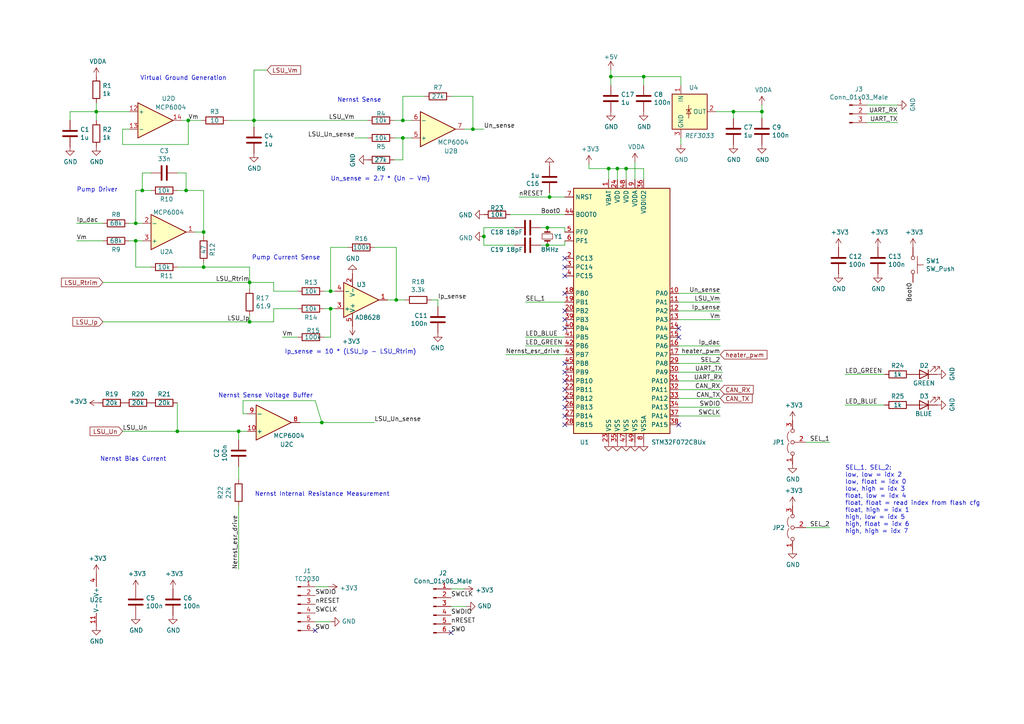
<source format=kicad_sch>
(kicad_sch (version 20211123) (generator eeschema)
  (paper "A4")
  (title_block (title "MRE addon board V2- WBO2 & EGT & SD Card") (date "2023-01-06") (rev "V2.5") (company "by JRD McLAREN") (comment 1 "STM32F072CBT6"))
  (junction (at 59.055 67.31))
  (junction (at 186.69 22.225))
  (junction (at 41.275 55.245))
  (junction (at 181.61 48.895))
  (junction (at 93.345 122.555))
  (junction (at 73.66 34.925))
  (junction (at 69.215 125.095))
  (junction (at 212.725 32.385))
  (junction (at 220.98 32.385))
  (junction (at 72.39 81.915))
  (junction (at 137.16 37.465))
  (junction (at 54.61 34.925))
  (junction (at 159.385 57.15))
  (junction (at 179.07 48.895))
  (junction (at 59.055 77.47))
  (junction (at 116.84 40.005))
  (junction (at 116.84 34.925))
  (junction (at 158.75 71.12))
  (junction (at 158.75 66.04))
  (junction (at 53.975 55.245))
  (junction (at 39.37 69.85))
  (junction (at 95.885 89.535))
  (junction (at 140.335 68.58))
  (junction (at 51.435 125.095))
  (junction (at 176.53 48.895))
  (junction (at 177.165 22.225))
  (junction (at 72.39 93.345))
  (junction (at 39.37 64.77))
  (junction (at 27.94 32.385))
  (junction (at 95.885 84.455))
  (junction (at 114.935 86.995))
  (no_connect (at 163.83 92.71))
  (no_connect (at 163.83 105.41))
  (no_connect (at 196.85 123.19))
  (no_connect (at 163.83 74.93))
  (no_connect (at 163.83 95.25))
  (no_connect (at 163.83 107.95))
  (no_connect (at 163.83 110.49))
  (no_connect (at 163.83 120.65))
  (no_connect (at 130.81 183.515))
  (no_connect (at 196.85 97.79))
  (no_connect (at 163.83 115.57))
  (no_connect (at 163.83 123.19))
  (no_connect (at 163.83 77.47))
  (no_connect (at 163.83 118.11))
  (no_connect (at 91.44 182.88))
  (no_connect (at 163.83 90.17))
  (no_connect (at 163.83 80.01))
  (no_connect (at 196.85 95.25))
  (no_connect (at 163.83 113.03))
  (no_connect (at 163.83 85.09))
  (wire (pts (xy 245.11 117.475) (xy 256.54 117.475)))
  (wire (pts (xy 116.84 34.925) (xy 114.3 34.925)))
  (wire (pts (xy 93.98 97.79) (xy 95.885 97.79)))
  (wire (pts (xy 59.055 67.31) (xy 56.515 67.31)))
  (wire (pts (xy 116.84 46.355) (xy 116.84 40.005)))
  (wire (pts (xy 163.83 71.12) (xy 163.83 69.85)))
  (wire (pts (xy 116.84 27.94) (xy 123.19 27.94)))
  (wire (pts (xy 70.485 120.015) (xy 71.755 120.015)))
  (wire (pts (xy 163.83 66.04) (xy 163.83 67.31)))
  (wire (pts (xy 100.965 71.755) (xy 95.885 71.755)))
  (wire (pts (xy 140.335 68.58) (xy 140.335 71.12)))
  (wire (pts (xy 233.68 128.27) (xy 240.665 128.27)))
  (wire (pts (xy 108.585 71.755) (xy 114.935 71.755)))
  (wire (pts (xy 73.66 34.925) (xy 66.04 34.925)))
  (wire (pts (xy 158.75 66.04) (xy 156.845 66.04)))
  (wire (pts (xy 146.685 102.87) (xy 163.83 102.87)))
  (wire (pts (xy 41.275 55.245) (xy 43.815 55.245)))
  (wire (pts (xy 196.85 90.17) (xy 208.915 90.17)))
  (wire (pts (xy 91.44 116.205) (xy 70.485 116.205)))
  (wire (pts (xy 53.975 50.165) (xy 53.975 55.245)))
  (wire (pts (xy 79.375 84.455) (xy 86.36 84.455)))
  (wire (pts (xy 37.465 64.77) (xy 39.37 64.77)))
  (wire (pts (xy 73.66 20.32) (xy 77.47 20.32)))
  (wire (pts (xy 35.56 41.91) (xy 54.61 41.91)))
  (wire (pts (xy 116.84 34.925) (xy 116.84 27.94)))
  (wire (pts (xy 59.055 55.245) (xy 59.055 67.31)))
  (wire (pts (xy 127 86.995) (xy 125.095 86.995)))
  (wire (pts (xy 53.975 55.245) (xy 59.055 55.245)))
  (wire (pts (xy 130.81 27.94) (xy 137.16 27.94)))
  (wire (pts (xy 179.07 48.895) (xy 179.07 52.07)))
  (wire (pts (xy 147.955 62.23) (xy 163.83 62.23)))
  (wire (pts (xy 184.15 52.07) (xy 184.15 46.99)))
  (wire (pts (xy 102.87 40.005) (xy 106.68 40.005)))
  (wire (pts (xy 251.46 30.48) (xy 260.35 30.48)))
  (wire (pts (xy 220.98 32.385) (xy 220.98 34.29)))
  (wire (pts (xy 91.44 170.18) (xy 95.25 170.18)))
  (wire (pts (xy 79.375 89.535) (xy 79.375 93.345)))
  (wire (pts (xy 251.46 33.02) (xy 260.35 33.02)))
  (wire (pts (xy 72.39 81.915) (xy 79.375 81.915)))
  (wire (pts (xy 43.815 50.165) (xy 41.275 50.165)))
  (wire (pts (xy 93.98 89.535) (xy 95.885 89.535)))
  (wire (pts (xy 152.4 100.33) (xy 163.83 100.33)))
  (wire (pts (xy 22.225 64.77) (xy 29.845 64.77)))
  (wire (pts (xy 196.85 85.09) (xy 208.915 85.09)))
  (wire (pts (xy 43.815 77.47) (xy 39.37 77.47)))
  (wire (pts (xy 149.225 66.04) (xy 140.335 66.04)))
  (wire (pts (xy 39.37 55.245) (xy 41.275 55.245)))
  (wire (pts (xy 59.055 77.47) (xy 72.39 77.47)))
  (wire (pts (xy 130.81 170.815) (xy 134.62 170.815)))
  (wire (pts (xy 27.94 29.845) (xy 27.94 32.385)))
  (wire (pts (xy 130.81 175.895) (xy 135.255 175.895)))
  (wire (pts (xy 27.94 32.385) (xy 37.465 32.385)))
  (wire (pts (xy 233.68 153.035) (xy 240.665 153.035)))
  (wire (pts (xy 81.915 97.79) (xy 86.36 97.79)))
  (wire (pts (xy 208.915 120.65) (xy 196.85 120.65)))
  (wire (pts (xy 197.485 40.005) (xy 197.485 41.91)))
  (wire (pts (xy 95.885 89.535) (xy 97.155 89.535)))
  (wire (pts (xy 51.435 77.47) (xy 59.055 77.47)))
  (wire (pts (xy 86.36 89.535) (xy 79.375 89.535)))
  (wire (pts (xy 114.3 40.005) (xy 116.84 40.005)))
  (wire (pts (xy 208.915 113.03) (xy 196.85 113.03)))
  (wire (pts (xy 159.385 55.88) (xy 159.385 57.15)))
  (wire (pts (xy 95.885 84.455) (xy 97.155 84.455)))
  (wire (pts (xy 196.85 110.49) (xy 209.55 110.49)))
  (wire (pts (xy 95.885 71.755) (xy 95.885 84.455)))
  (wire (pts (xy 114.935 86.995) (xy 117.475 86.995)))
  (wire (pts (xy 208.915 102.87) (xy 196.85 102.87)))
  (wire (pts (xy 35.56 125.095) (xy 51.435 125.095)))
  (wire (pts (xy 208.915 87.63) (xy 196.85 87.63)))
  (wire (pts (xy 176.53 48.895) (xy 179.07 48.895)))
  (wire (pts (xy 116.84 46.355) (xy 114.3 46.355)))
  (wire (pts (xy 207.645 32.385) (xy 212.725 32.385)))
  (wire (pts (xy 116.84 40.005) (xy 119.38 40.005)))
  (wire (pts (xy 72.39 91.44) (xy 72.39 93.345)))
  (wire (pts (xy 39.37 77.47) (xy 39.37 69.85)))
  (wire (pts (xy 91.44 180.34) (xy 95.885 180.34)))
  (wire (pts (xy 29.845 93.345) (xy 72.39 93.345)))
  (wire (pts (xy 73.66 36.83) (xy 73.66 34.925)))
  (wire (pts (xy 29.845 81.915) (xy 72.39 81.915)))
  (wire (pts (xy 72.39 77.47) (xy 72.39 81.915)))
  (wire (pts (xy 260.35 35.56) (xy 251.46 35.56)))
  (wire (pts (xy 158.75 66.04) (xy 163.83 66.04)))
  (wire (pts (xy 140.335 37.465) (xy 137.16 37.465)))
  (wire (pts (xy 69.215 125.095) (xy 69.215 127.635)))
  (wire (pts (xy 208.915 92.71) (xy 196.85 92.71)))
  (wire (pts (xy 152.4 97.79) (xy 163.83 97.79)))
  (wire (pts (xy 137.16 37.465) (xy 134.62 37.465)))
  (wire (pts (xy 196.85 118.11) (xy 208.915 118.11)))
  (wire (pts (xy 59.055 68.58) (xy 59.055 67.31)))
  (wire (pts (xy 27.94 32.385) (xy 27.94 34.925)))
  (wire (pts (xy 159.385 57.15) (xy 150.495 57.15)))
  (wire (pts (xy 176.53 52.07) (xy 176.53 48.895)))
  (wire (pts (xy 37.465 69.85) (xy 39.37 69.85)))
  (wire (pts (xy 69.215 165.1) (xy 69.215 146.685)))
  (wire (pts (xy 163.83 57.15) (xy 159.385 57.15)))
  (wire (pts (xy 212.725 32.385) (xy 220.98 32.385)))
  (wire (pts (xy 59.055 77.47) (xy 59.055 76.2)))
  (wire (pts (xy 163.83 87.63) (xy 152.4 87.63)))
  (wire (pts (xy 177.165 22.225) (xy 186.69 22.225)))
  (wire (pts (xy 177.165 24.765) (xy 177.165 22.225)))
  (wire (pts (xy 93.345 122.555) (xy 86.995 122.555)))
  (wire (pts (xy 208.915 100.33) (xy 196.85 100.33)))
  (wire (pts (xy 197.485 24.765) (xy 197.485 22.225)))
  (wire (pts (xy 108.585 122.555) (xy 93.345 122.555)))
  (wire (pts (xy 245.11 108.585) (xy 256.54 108.585)))
  (wire (pts (xy 170.815 48.895) (xy 176.53 48.895)))
  (wire (pts (xy 37.465 37.465) (xy 35.56 37.465)))
  (wire (pts (xy 186.69 52.07) (xy 186.69 48.895)))
  (wire (pts (xy 177.165 22.225) (xy 177.165 20.32)))
  (wire (pts (xy 212.725 32.385) (xy 212.725 34.29)))
  (wire (pts (xy 20.32 34.925) (xy 20.32 32.385)))
  (wire (pts (xy 140.335 71.12) (xy 149.225 71.12)))
  (wire (pts (xy 71.755 125.095) (xy 69.215 125.095)))
  (wire (pts (xy 137.16 27.94) (xy 137.16 37.465)))
  (wire (pts (xy 181.61 48.895) (xy 181.61 52.07)))
  (wire (pts (xy 114.935 71.755) (xy 114.935 86.995)))
  (wire (pts (xy 73.66 34.925) (xy 106.68 34.925)))
  (wire (pts (xy 127 88.9) (xy 127 86.995)))
  (wire (pts (xy 51.435 125.095) (xy 69.215 125.095)))
  (wire (pts (xy 220.98 30.48) (xy 220.98 32.385)))
  (wire (pts (xy 79.375 81.915) (xy 79.375 84.455)))
  (wire (pts (xy 158.75 71.12) (xy 156.845 71.12)))
  (wire (pts (xy 41.275 50.165) (xy 41.275 55.245)))
  (wire (pts (xy 39.37 64.77) (xy 41.275 64.77)))
  (wire (pts (xy 39.37 55.245) (xy 39.37 64.77)))
  (wire (pts (xy 170.815 48.895) (xy 170.815 47.625)))
  (wire (pts (xy 54.61 34.925) (xy 52.705 34.925)))
  (wire (pts (xy 186.69 24.765) (xy 186.69 22.225)))
  (wire (pts (xy 181.61 48.895) (xy 186.69 48.895)))
  (wire (pts (xy 22.225 69.85) (xy 29.845 69.85)))
  (wire (pts (xy 35.56 37.465) (xy 35.56 41.91)))
  (wire (pts (xy 20.32 32.385) (xy 27.94 32.385)))
  (wire (pts (xy 69.215 135.255) (xy 69.215 139.065)))
  (wire (pts (xy 58.42 34.925) (xy 54.61 34.925)))
  (wire (pts (xy 179.07 48.895) (xy 181.61 48.895)))
  (wire (pts (xy 39.37 69.85) (xy 41.275 69.85)))
  (wire (pts (xy 209.55 107.95) (xy 196.85 107.95)))
  (wire (pts (xy 72.39 83.82) (xy 72.39 81.915)))
  (wire (pts (xy 51.435 55.245) (xy 53.975 55.245)))
  (wire (pts (xy 114.935 86.995) (xy 112.395 86.995)))
  (wire (pts (xy 93.345 122.555) (xy 91.44 116.205)))
  (wire (pts (xy 196.85 105.41) (xy 208.915 105.41)))
  (wire (pts (xy 93.98 84.455) (xy 95.885 84.455)))
  (wire (pts (xy 54.61 41.91) (xy 54.61 34.925)))
  (wire (pts (xy 51.435 50.165) (xy 53.975 50.165)))
  (wire (pts (xy 186.69 22.225) (xy 197.485 22.225)))
  (wire (pts (xy 70.485 116.205) (xy 70.485 120.015)))
  (wire (pts (xy 51.435 116.84) (xy 51.435 125.095)))
  (wire (pts (xy 79.375 93.345) (xy 72.39 93.345)))
  (wire (pts (xy 95.885 89.535) (xy 95.885 97.79)))
  (wire (pts (xy 140.335 66.04) (xy 140.335 68.58)))
  (wire (pts (xy 196.85 115.57) (xy 208.915 115.57)))
  (wire (pts (xy 158.75 71.12) (xy 163.83 71.12)))
  (wire (pts (xy 73.66 34.925) (xy 73.66 20.32)))
  (wire (pts (xy 119.38 34.925) (xy 116.84 34.925)))
  (text "Un_sense = 2.7 * (Un - Vm)" (at 95.885 52.705 0) (effects (font (size 1.27 1.27)) (justify left bottom)))
  (text "Virtual Ground Generation" (at 40.64 23.495 0) (effects (font (size 1.27 1.27)) (justify left bottom)))
  (text "Pump Current Sense" (at 73.025 75.565 0) (effects (font (size 1.27 1.27)) (justify left bottom)))
  (text "Pump Driver" (at 22.225 55.88 0) (effects (font (size 1.27 1.27)) (justify left bottom)))
  (text "Ip_sense = 10 * (LSU_Ip - LSU_Rtrim)" (at 82.55 102.87 0) (effects (font (size 1.27 1.27)) (justify left bottom)))
  (text "Nernst Sense" (at 97.79 29.845 0) (effects (font (size 1.27 1.27)) (justify left bottom)))
  (text "Nernst Internal Resistance Measurement" (at 113.03 144.145 180) (effects (font (size 1.27 1.27)) (justify right bottom)))
  (text "Nernst Sense Voltage Buffer" (at 90.805 115.57 180) (effects (font (size 1.27 1.27)) (justify right bottom)))
  (text "SEL_1, SEL_2:\nlow, low = idx 2\nlow, float = idx 0\nlow, high = idx 3\nfloat, low = idx 4\nfloat, float = read index from flash cfg\nfloat, high = idx 1\nhigh, low = idx 5\nhigh, float = idx 6\nhigh, high = idx 7\n" (at 245.11 154.94 0) (effects (font (size 1.27 1.27)) (justify left bottom)))
  (text "Nernst Bias Current" (at 48.26 133.985 180) (effects (font (size 1.27 1.27)) (justify right bottom)))
  (label "SEL_1" (at 152.4 87.63 0))
  (label "nRESET" (at 91.44 175.26 0))
  (label "heater_pwm" (at 208.915 102.87 180))
  (label "LED_GREEN" (at 245.11 108.585 0))
  (label "LSU_Un_sense" (at 102.87 40.005 180))
  (label "LSU_Ip" (at 72.39 93.345 180))
  (label "LSU_Un" (at 35.56 125.095 0))
  (label "SWO" (at 130.81 183.515 0))
  (label "LED_BLUE" (at 152.4 97.79 0))
  (label "SWDIO" (at 130.81 178.435 0))
  (label "Vm" (at 208.915 92.71 180))
  (label "LED_GREEN" (at 152.4 100.33 0))
  (label "LSU_Vm" (at 102.87 34.925 180))
  (label "Nernst_esr_drive" (at 146.685 102.87 0))
  (label "LED_BLUE" (at 245.11 117.475 0))
  (label "Ip_dac" (at 208.915 100.33 180))
  (label "Ip_sense" (at 208.915 90.17 180))
  (label "SWCLK" (at 130.81 173.355 0))
  (label "Ip_sense" (at 127 86.995 0))
  (label "LSU_Un_sense" (at 108.585 122.555 0))
  (label "SWDIO" (at 208.915 118.11 180))
  (label "Un_sense" (at 140.335 37.465 0))
  (label "Vm" (at 22.225 69.85 0))
  (label "CAN_TX" (at 208.915 115.57 180))
  (label "nRESET" (at 130.81 180.975 0))
  (label "SWO" (at 91.44 182.88 0))
  (label "Vm" (at 81.915 97.79 0))
  (label "UART_TX" (at 209.55 107.95 180))
  (label "SWDIO" (at 91.44 172.72 0))
  (label "CAN_RX" (at 208.915 113.03 180))
  (label "UART_TX" (at 260.35 35.56 180))
  (label "Un_sense" (at 208.915 85.09 180))
  (label "Vm" (at 54.61 34.925 0))
  (label "SWCLK" (at 91.44 177.8 0))
  (label "Boot0" (at 156.845 62.23 0))
  (label "SEL_2" (at 240.665 153.035 180))
  (label "nRESET" (at 150.495 57.15 0))
  (label "SEL_1" (at 240.665 128.27 180))
  (label "LSU_Vm" (at 208.915 87.63 180))
  (label "Boot0" (at 264.795 81.915 270))
  (label "SWCLK" (at 208.915 120.65 180))
  (label "Nernst_esr_drive" (at 69.215 165.1 90))
  (label "UART_RX" (at 260.35 33.02 180))
  (label "UART_RX" (at 209.55 110.49 180))
  (label "LSU_Rtrim" (at 72.39 81.915 180))
  (label "SEL_2" (at 208.915 105.41 180))
  (label "Ip_dac" (at 22.225 64.77 0))
  (global_label "LSU_Rtrim" (shape input) (at 29.845 81.915 180) (property "Medzirezortné odkazy" "${INTERSHEET_REFS}" (effects hide)))
  (global_label "LSU_Vm" (shape input) (at 77.47 20.32 0) (property "Medzirezortné odkazy" "${INTERSHEET_REFS}" (effects hide)))
  (global_label "CAN_RX" (shape input) (at 208.915 113.03 0) (property "Medzirezortné odkazy" "${INTERSHEET_REFS}" (effects hide)))
  (global_label "CAN_TX" (shape input) (at 208.915 115.57 0) (property "Medzirezortné odkazy" "${INTERSHEET_REFS}" (effects hide)))
  (global_label "LSU_Un" (shape input) (at 35.56 125.095 180) (property "Medzirezortné odkazy" "${INTERSHEET_REFS}" (effects hide)))
  (global_label "heater_pwm" (shape input) (at 208.915 102.87 0) (property "Medzirezortné odkazy" "${INTERSHEET_REFS}" (effects hide)))
  (global_label "LSU_Ip" (shape input) (at 29.845 93.345 180) (property "Medzirezortné odkazy" "${INTERSHEET_REFS}" (effects hide)))
  (symbol (lib_id "Device:R") (at 110.49 40.005 90) (unit 1)
    (property "Reference" "R5" (at 110.49 42.545 90))
    (property "Value" "10k" (at 110.49 40.005 90))
    (property "Footprint" "Resistor_SMD:R_0603_1608Metric" (effects hide))
    (property "LCSC" "C25744" (effects hide))
  )
  (symbol (lib_id "Device:R") (at 110.49 34.925 90) (unit 1)
    (property "Reference" "R4" (at 110.49 33.02 90))
    (property "Value" "10k" (at 110.49 34.925 90))
    (property "Footprint" "Resistor_SMD:R_0603_1608Metric" (effects hide))
    (property "LCSC" "C25744" (effects hide))
  )
  (symbol (lib_id "Device:R") (at 127 27.94 90) (unit 1)
    (property "Reference" "R7" (at 127 25.4 90))
    (property "Value" "27k" (at 127 27.94 90))
    (property "Footprint" "Resistor_SMD:R_0603_1608Metric" (effects hide))
    (property "LCSC" "C25771" (effects hide))
  )
  (symbol (lib_id "Device:R") (at 110.49 46.355 270) (unit 1)
    (property "Reference" "R6" (at 109.22 48.895 90) (effects (justify left)))
    (property "Value" "27k" (at 108.585 46.355 90) (effects (justify left)))
    (property "Footprint" "Resistor_SMD:R_0603_1608Metric" (effects hide))
    (property "LCSC" "C25771" (effects hide))
  )
  (symbol (lib_id "mre_addon_v2-rescue:GND-power-wideband_controller_mre-rescue-wideband_controller_mre-rescue") (at 106.68 46.355 270) (unit 1)
    (property "Reference" "#PWR0104" (effects hide))
    (property "Value" "GND" (at 102.2858 46.482 0))
  )
  (symbol (lib_id "Device:R") (at 72.39 87.63 0) (unit 1)
    (property "Reference" "R17" (at 74.168 86.4616 0) (effects (justify left)))
    (property "Value" "61.9" (at 74.168 88.773 0) (effects (justify left)))
    (property "Footprint" "Resistor_SMD:R_0603_1608Metric" (effects hide))
    (property "LCSC" "C23092" (effects hide))
  )
  (symbol (lib_id "Device:R") (at 27.94 26.035 0) (unit 1)
    (property "Reference" "R1" (at 29.718 24.8666 0) (effects (justify left)))
    (property "Value" "1k" (at 29.718 27.178 0) (effects (justify left)))
    (property "Footprint" "Resistor_SMD:R_0603_1608Metric" (effects hide))
    (property "LCSC" "C11702" (effects hide))
  )
  (symbol (lib_id "Device:R") (at 27.94 38.735 0) (unit 1)
    (property "Reference" "R2" (at 29.718 37.5666 0) (effects (justify left)))
    (property "Value" "1k" (at 29.718 39.878 0) (effects (justify left)))
    (property "Footprint" "Resistor_SMD:R_0603_1608Metric" (effects hide))
    (property "LCSC" "C11702" (effects hide))
  )
  (symbol (lib_id "mre_addon_v2-rescue:GND-power-wideband_controller_mre-rescue-wideband_controller_mre-rescue") (at 27.94 42.545 0) (unit 1)
    (property "Reference" "#PWR0102" (effects hide))
    (property "Value" "GND" (at 28.067 46.9392 0))
  )
  (symbol (lib_id "Device:C") (at 20.32 38.735 0) (unit 1)
    (property "Reference" "C1" (at 23.241 37.5666 0) (effects (justify left)))
    (property "Value" "1u" (at 23.241 39.878 0) (effects (justify left)))
    (property "Footprint" "Capacitor_SMD:C_0603_1608Metric" (effects hide))
    (property "LCSC" "C52923" (effects hide))
  )
  (symbol (lib_id "mre_addon_v2-rescue:GND-power-wideband_controller_mre-rescue-wideband_controller_mre-rescue") (at 20.32 42.545 0) (unit 1)
    (property "Reference" "#PWR0103" (effects hide))
    (property "Value" "GND" (at 20.447 46.9392 0))
  )
  (symbol (lib_id "Device:C") (at 69.215 131.445 0) (unit 1)
    (property "Reference" "C2" (at 62.8142 131.445 90))
    (property "Value" "100n" (at 65.1256 131.445 90))
    (property "Footprint" "Capacitor_SMD:C_0603_1608Metric" (effects hide))
    (property "LCSC" "C1525" (effects hide))
  )
  (symbol (lib_id "Device:R") (at 69.215 142.875 0) (unit 1)
    (property "Reference" "R22" (at 63.9572 142.875 90))
    (property "Value" "22k" (at 66.2686 142.875 90))
    (property "Footprint" "Resistor_SMD:R_0603_1608Metric" (effects hide))
    (property "LCSC" "C25768" (effects hide))
  )
  (symbol (lib_id "Device:R") (at 90.17 84.455 270) (unit 1)
    (property "Reference" "R13" (at 90.17 81.915 90))
    (property "Value" "10k" (at 90.17 84.455 90))
    (property "Footprint" "Resistor_SMD:R_0603_1608Metric" (effects hide))
    (property "LCSC" "C25744" (effects hide))
  )
  (symbol (lib_id "Device:R") (at 90.17 89.535 270) (unit 1)
    (property "Reference" "R14" (at 90.17 92.075 90))
    (property "Value" "10k" (at 90.17 89.535 90))
    (property "Footprint" "Resistor_SMD:R_0603_1608Metric" (effects hide))
    (property "LCSC" "C25744" (effects hide))
  )
  (symbol (lib_id "Device:R") (at 90.17 97.79 270) (unit 1)
    (property "Reference" "R15" (at 88.9 95.885 90) (effects (justify left)))
    (property "Value" "100k" (at 88.265 97.79 90) (effects (justify left)))
    (property "Footprint" "Resistor_SMD:R_0603_1608Metric" (effects hide))
    (property "LCSC" "C25741" (effects hide))
  )
  (symbol (lib_id "Device:R") (at 62.23 34.925 270) (unit 1)
    (property "Reference" "R3" (at 62.23 32.385 90))
    (property "Value" "10" (at 62.23 34.925 90))
    (property "Footprint" "Resistor_SMD:R_0603_1608Metric" (effects hide))
    (property "LCSC" "C25077" (effects hide))
  )
  (symbol (lib_id "Device:R") (at 104.775 71.755 270) (unit 1)
    (property "Reference" "R16" (at 104.775 69.215 90))
    (property "Value" "100k" (at 104.775 71.755 90))
    (property "Footprint" "Resistor_SMD:R_0603_1608Metric" (effects hide))
    (property "LCSC" "C25741" (effects hide))
  )
  (symbol (lib_id "Device:R") (at 59.055 72.39 180) (unit 1)
    (property "Reference" "R12" (at 61.595 72.39 90))
    (property "Value" "47" (at 59.055 72.39 90))
    (property "Footprint" "Resistor_SMD:R_0603_1608Metric" (effects hide))
    (property "LCSC" "C25118" (effects hide))
  )
  (symbol (lib_id "Device:C") (at 73.66 40.64 0) (unit 1)
    (property "Reference" "C4" (at 76.581 39.4716 0) (effects (justify left)))
    (property "Value" "1u" (at 76.581 41.783 0) (effects (justify left)))
    (property "Footprint" "Capacitor_SMD:C_0603_1608Metric" (effects hide))
    (property "LCSC" "C52923" (effects hide))
  )
  (symbol (lib_id "mre_addon_v2-rescue:GND-power-wideband_controller_mre-rescue-wideband_controller_mre-rescue") (at 73.66 44.45 0) (unit 1)
    (property "Reference" "#PWR0118" (effects hide))
    (property "Value" "GND" (at 73.787 48.8442 0))
  )
  (symbol (lib_id "Device:R") (at 47.625 116.84 270) (unit 1)
    (property "Reference" "R21" (at 47.625 114.3 90))
    (property "Value" "20k" (at 47.625 116.84 90))
    (property "Footprint" "Resistor_SMD:R_0603_1608Metric" (effects hide))
    (property "LCSC" "C25765" (effects hide))
  )
  (symbol (lib_id "Device:R") (at 47.625 55.245 270) (unit 1)
    (property "Reference" "R10" (at 46.355 57.785 90) (effects (justify left)))
    (property "Value" "10k" (at 45.72 55.245 90) (effects (justify left)))
    (property "Footprint" "Resistor_SMD:R_0603_1608Metric" (effects hide))
    (property "LCSC" "C25744" (effects hide))
  )
  (symbol (lib_id "Device:R") (at 47.625 77.47 270) (unit 1)
    (property "Reference" "R11" (at 46.355 80.01 90) (effects (justify left)))
    (property "Value" "10k" (at 45.72 77.47 90) (effects (justify left)))
    (property "Footprint" "Resistor_SMD:R_0603_1608Metric" (effects hide))
    (property "LCSC" "C25744" (effects hide))
  )
  (symbol (lib_id "Device:R") (at 33.655 69.85 270) (unit 1)
    (property "Reference" "R9" (at 33.655 72.39 90))
    (property "Value" "68k" (at 33.655 69.85 90))
    (property "Footprint" "Resistor_SMD:R_0603_1608Metric" (effects hide))
    (property "LCSC" "C36871" (effects hide))
  )
  (symbol (lib_id "Device:R") (at 33.655 64.77 90) (unit 1)
    (property "Reference" "R8" (at 33.655 62.23 90))
    (property "Value" "68k" (at 33.655 64.77 90))
    (property "Footprint" "Resistor_SMD:R_0603_1608Metric" (effects hide))
    (property "LCSC" "C36871" (effects hide))
  )
  (symbol (lib_id "mre_addon_v2-rescue:MCP6004-Amplifier_Operational-wideband_controller_mre-rescue-wideband_controller_mre-rescue") (at 127 37.465 0) (mirror x) (unit 2)
    (property "Reference" "U2" (at 130.81 43.815 0))
    (property "Value" "MCP6004" (at 131.445 41.275 0))
    (property "Footprint" "Package_SO:TSSOP-14_4.4x5mm_P0.65mm" (effects hide))
    (property "Datasheet" "http://ww1.microchip.com/downloads/en/DeviceDoc/21733j.pdf" (effects hide))
    (property "LCSC" "C50282" (effects hide))
  )
  (symbol (lib_id "mre_addon_v2-rescue:MCP6004-Amplifier_Operational-wideband_controller_mre-rescue-wideband_controller_mre-rescue") (at 48.895 67.31 0) (mirror x) (unit 1)
    (property "Reference" "U2" (at 48.26 73.025 0))
    (property "Value" "MCP6004" (at 48.895 61.595 0))
    (property "Footprint" "Package_SO:TSSOP-14_4.4x5mm_P0.65mm" (effects hide))
    (property "Datasheet" "http://ww1.microchip.com/downloads/en/DeviceDoc/21733j.pdf" (effects hide))
    (property "LCSC" "C50282" (effects hide))
  )
  (symbol (lib_id "mre_addon_v2-rescue:MCP6004-Amplifier_Operational-wideband_controller_mre-rescue-wideband_controller_mre-rescue") (at 79.375 122.555 0) (mirror x) (unit 3)
    (property "Reference" "U2" (at 83.185 128.905 0))
    (property "Value" "MCP6004" (at 83.82 126.365 0))
    (property "Footprint" "Package_SO:TSSOP-14_4.4x5mm_P0.65mm" (effects hide))
    (property "Datasheet" "http://ww1.microchip.com/downloads/en/DeviceDoc/21733j.pdf" (effects hide))
    (property "LCSC" "C50282" (effects hide))
  )
  (symbol (lib_id "mre_addon_v2-rescue:MCP6004-Amplifier_Operational-wideband_controller_mre-rescue-wideband_controller_mre-rescue") (at 45.085 34.925 0) (unit 4)
    (property "Reference" "U2" (at 48.895 28.575 0))
    (property "Value" "MCP6004" (at 49.53 31.115 0))
    (property "Footprint" "Package_SO:TSSOP-14_4.4x5mm_P0.65mm" (effects hide))
    (property "Datasheet" "http://ww1.microchip.com/downloads/en/DeviceDoc/21733j.pdf" (effects hide))
    (property "LCSC" "C50282" (effects hide))
  )
  (symbol (lib_id "Device:C") (at 47.625 50.165 270) (unit 1)
    (property "Reference" "C3" (at 47.625 43.7642 90))
    (property "Value" "33n" (at 47.625 46.0756 90))
    (property "Footprint" "Capacitor_SMD:C_0603_1608Metric" (effects hide))
    (property "LCSC" "C1585" (effects hide))
  )
  (symbol (lib_id "mre_addon_v2-rescue:+3.3V-power-wideband_controller_mre-rescue-wideband_controller_mre-rescue") (at 170.815 47.625 0) (unit 1)
    (property "Reference" "#PWR0121" (effects hide))
    (property "Value" "~" (at 171.196 43.2308 0))
  )
  (symbol (lib_id "Device:C") (at 212.725 38.1 0) (unit 1)
    (property "Reference" "C7" (at 215.646 36.9316 0) (effects (justify left)))
    (property "Value" "1u" (at 215.646 39.243 0) (effects (justify left)))
    (property "Footprint" "Capacitor_SMD:C_0603_1608Metric" (effects hide))
    (property "LCSC" "C52923" (effects hide))
  )
  (symbol (lib_id "Device:C") (at 220.98 38.1 0) (unit 1)
    (property "Reference" "C9" (at 223.901 36.9316 0) (effects (justify left)))
    (property "Value" "100n" (at 223.901 39.243 0) (effects (justify left)))
    (property "Footprint" "Capacitor_SMD:C_0603_1608Metric" (effects hide))
    (property "LCSC" "C1525" (effects hide))
  )
  (symbol (lib_id "mre_addon_v2-rescue:MCP6004-Amplifier_Operational-wideband_controller_mre-rescue-wideband_controller_mre-rescue") (at 30.48 173.99 0) (unit 5)
    (property "Reference" "U2" (at 27.94 173.99 0))
    (property "Value" "MCP6004" (effects hide))
    (property "Footprint" "Package_SO:TSSOP-14_4.4x5mm_P0.65mm" (effects hide))
    (property "Datasheet" "http://ww1.microchip.com/downloads/en/DeviceDoc/21733j.pdf" (effects hide))
    (property "LCSC" "C50282" (effects hide))
  )
  (symbol (lib_id "mre_addon_v2-rescue:GND-power-wideband_controller_mre-rescue-wideband_controller_mre-rescue") (at 27.94 181.61 0) (unit 1)
    (property "Reference" "#PWR0136" (effects hide))
    (property "Value" "GND" (at 28.067 186.0042 0))
  )
  (symbol (lib_id "mre_addon_v2-rescue:+3.3V-power-wideband_controller_mre-rescue-wideband_controller_mre-rescue") (at 102.235 94.615 180) (unit 1)
    (property "Reference" "#PWR0135" (effects hide))
    (property "Value" "~" (at 101.854 99.0092 0))
  )
  (symbol (lib_id "mre_addon_v2-rescue:+3.3V-power-wideband_controller_mre-rescue-wideband_controller_mre-rescue") (at 27.94 166.37 0) (unit 1)
    (property "Reference" "#PWR0134" (effects hide))
    (property "Value" "~" (at 28.321 161.9758 0))
  )
  (symbol (lib_id "mre_addon_v2-rescue:AD8603-Amplifier_Operational-wideband_controller_mre-rescue-wideband_controller_mre-rescue") (at 104.775 86.995 0) (mirror x) (unit 1)
    (property "Reference" "U3" (at 104.775 82.55 0))
    (property "Value" "AD8628" (at 106.68 92.075 0))
    (property "Footprint" "Package_TO_SOT_SMD:TSOT-23-5" (effects hide))
    (property "Datasheet" "https://www.analog.com/media/en/technical-documentation/data-sheets/AD8603_8607_8609.pdf" (effects hide))
    (property "LCSC" "C29309" (effects hide))
  )
  (symbol (lib_id "mre_addon_v2-rescue:GND-power-wideband_controller_mre-rescue-wideband_controller_mre-rescue") (at 102.235 79.375 0) (mirror x) (unit 1)
    (property "Reference" "#PWR0138" (effects hide))
    (property "Value" "GND" (at 102.362 74.9808 0))
  )
  (symbol (lib_id "Device:LED") (at 267.97 117.475 180) (unit 1)
    (property "Reference" "D3" (at 266.7 114.935 0) (effects (justify right)))
    (property "Value" "BLUE" (at 265.43 120.015 0) (effects (justify right)))
    (property "Footprint" "LED_SMD:LED_0603_1608Metric" (effects hide))
    (property "LCSC" "C72041" (effects hide))
  )
  (symbol (lib_id "Device:R") (at 260.35 117.475 270) (unit 1)
    (property "Reference" "R25" (at 260.35 114.935 90))
    (property "Value" "1k" (at 260.35 117.475 90))
    (property "Footprint" "Resistor_SMD:R_0603_1608Metric" (effects hide))
    (property "LCSC" "C11702" (effects hide))
  )
  (symbol (lib_id "mre_addon_v2-rescue:GND-power-wideband_controller_mre-rescue-wideband_controller_mre-rescue") (at 271.78 117.475 90) (unit 1)
    (property "Reference" "#PWR0142" (effects hide))
    (property "Value" "GND" (at 276.1742 117.348 0))
  )
  (symbol (lib_id "mre_addon_v2-rescue:GND-power-wideband_controller_mre-rescue-wideband_controller_mre-rescue") (at 260.35 30.48 90) (unit 1)
    (property "Reference" "#PWR0143" (effects hide))
    (property "Value" "GND" (at 264.7442 30.353 0))
  )
  (symbol (lib_id "Device:R") (at 40.005 116.84 270) (unit 1)
    (property "Reference" "R20" (at 40.005 114.3 90))
    (property "Value" "20k" (at 40.005 116.84 90))
    (property "Footprint" "Resistor_SMD:R_0603_1608Metric" (effects hide))
    (property "LCSC" "C25765" (effects hide))
  )
  (symbol (lib_id "mre_addon_v2-rescue:GND-power-wideband_controller_mre-rescue-wideband_controller_mre-rescue") (at 50.165 178.435 0) (unit 1)
    (property "Reference" "#PWR0139" (effects hide))
    (property "Value" "GND" (at 50.292 182.8292 0))
  )
  (symbol (lib_id "mre_addon_v2-rescue:+3.3V-power-wideband_controller_mre-rescue-wideband_controller_mre-rescue") (at 50.165 170.815 0) (unit 1)
    (property "Reference" "#PWR0140" (effects hide))
    (property "Value" "~" (at 50.546 166.4208 0))
  )
  (symbol (lib_id "Device:C") (at 50.165 174.625 0) (unit 1)
    (property "Reference" "C6" (at 53.086 173.4566 0) (effects (justify left)))
    (property "Value" "100n" (at 53.086 175.768 0) (effects (justify left)))
    (property "Footprint" "Capacitor_SMD:C_0603_1608Metric" (effects hide))
    (property "LCSC" "C1525" (effects hide))
  )
  (symbol (lib_id "Device:C") (at 159.385 52.07 180) (unit 1)
    (property "Reference" "C16" (at 156.464 53.2384 0) (effects (justify left)))
    (property "Value" "1u" (at 156.464 50.927 0) (effects (justify left)))
    (property "Footprint" "Capacitor_SMD:C_0603_1608Metric" (effects hide))
    (property "LCSC" "C52923" (effects hide))
  )
  (symbol (lib_id "mre_addon_v2-rescue:GND-power-wideband_controller_mre-rescue-wideband_controller_mre-rescue") (at 159.385 48.26 180) (unit 1)
    (property "Reference" "#PWR0147" (effects hide))
    (property "Value" "GND" (effects hide))
  )
  (symbol (lib_id "Device:C") (at 127 92.71 0) (mirror y) (unit 1)
    (property "Reference" "C11" (at 124.079 91.5416 0) (effects (justify left)))
    (property "Value" "100n" (at 124.079 93.853 0) (effects (justify left)))
    (property "Footprint" "Capacitor_SMD:C_0603_1608Metric" (effects hide))
    (property "LCSC" "C1525" (effects hide))
  )
  (symbol (lib_id "Device:R") (at 121.285 86.995 90) (mirror x) (unit 1)
    (property "Reference" "R18" (at 121.285 81.7372 90))
    (property "Value" "3.3k" (at 121.285 84.0486 90))
    (property "Footprint" "Resistor_SMD:R_0603_1608Metric" (effects hide))
    (property "LCSC" "C25890" (effects hide))
  )
  (symbol (lib_id "mre_addon_v2-rescue:GND-power-wideband_controller_mre-rescue-wideband_controller_mre-rescue") (at 127 96.52 0) (mirror y) (unit 1)
    (property "Reference" "#PWR0122" (effects hide))
    (property "Value" "GND" (at 126.873 100.9142 0))
  )
  (symbol (lib_id "mre_addon_v2-rescue:REF3033-Reference_Voltage-wideband_controller_mre-rescue-wideband_controller_mre-rescue") (at 200.025 32.385 0) (unit 1)
    (property "Reference" "U4" (at 202.565 25.4 0) (effects (justify right)))
    (property "Value" "REF3033" (at 207.01 39.37 0) (effects (font italic) (justify right)))
    (property "Footprint" "Package_TO_SOT_SMD:SOT-23" (effects hide))
    (property "Datasheet" "http://www.ti.com/lit/ds/symlink/ref3033.pdf" (effects hide))
    (property "LCSC" "C36658" (effects hide))
  )
  (symbol (lib_id "mre_addon_v2-rescue:+5V-power-wideband_controller_mre-rescue-wideband_controller_mre-rescue") (at 177.165 20.32 0) (unit 1)
    (property "Reference" "#PWR0149" (effects hide))
    (property "Value" "+5V" (at 177.165 16.51 0))
  )
  (symbol (lib_id "mre_addon_v2-rescue:VDDA-power-wideband_controller_mre-rescue-wideband_controller_mre-rescue") (at 220.98 30.48 0) (unit 1)
    (property "Reference" "#PWR0150" (effects hide))
    (property "Value" "VDDA" (at 221.4118 26.0858 0))
  )
  (symbol (lib_id "mre_addon_v2-rescue:VDDA-power-wideband_controller_mre-rescue-wideband_controller_mre-rescue") (at 184.15 46.99 0) (unit 1)
    (property "Reference" "#PWR0151" (effects hide))
    (property "Value" "VDDA" (at 184.5818 42.5958 0))
  )
  (symbol (lib_id "mre_addon_v2-rescue:VDDA-power-wideband_controller_mre-rescue-wideband_controller_mre-rescue") (at 27.94 22.225 0) (unit 1)
    (property "Reference" "#PWR0152" (effects hide))
    (property "Value" "VDDA" (at 28.3718 17.8308 0))
  )
  (symbol (lib_id "Device:C") (at 177.165 28.575 0) (unit 1)
    (property "Reference" "C17" (at 180.086 27.4066 0) (effects (justify left)))
    (property "Value" "1u" (at 180.086 29.718 0) (effects (justify left)))
    (property "Footprint" "Capacitor_SMD:C_0603_1608Metric" (effects hide))
    (property "LCSC" "C52923" (effects hide))
  )
  (symbol (lib_id "mre_addon_v2-rescue:GND-power-wideband_controller_mre-rescue-wideband_controller_mre-rescue") (at 177.165 32.385 0) (unit 1)
    (property "Reference" "#PWR0153" (effects hide))
    (property "Value" "GND" (at 177.292 36.7792 0))
  )
  (symbol (lib_id "Device:C") (at 254.635 75.565 0) (unit 1)
    (property "Reference" "C13" (at 257.556 74.3966 0) (effects (justify left)))
    (property "Value" "100n" (at 257.556 76.708 0) (effects (justify left)))
    (property "Footprint" "Capacitor_SMD:C_0603_1608Metric" (effects hide))
    (property "LCSC" "C1525" (effects hide))
  )
  (symbol (lib_id "Device:C") (at 243.205 75.565 0) (unit 1)
    (property "Reference" "C12" (at 246.126 74.3966 0) (effects (justify left)))
    (property "Value" "100n" (at 246.126 76.708 0) (effects (justify left)))
    (property "Footprint" "Capacitor_SMD:C_0603_1608Metric" (effects hide))
    (property "LCSC" "C1525" (effects hide))
  )
  (symbol (lib_id "mre_addon_v2-rescue:+3.3V-power-wideband_controller_mre-rescue-wideband_controller_mre-rescue") (at 254.635 71.755 0) (unit 1)
    (property "Reference" "#PWR0124" (effects hide))
    (property "Value" "~" (at 255.016 67.3608 0))
  )
  (symbol (lib_id "mre_addon_v2-rescue:+3.3V-power-wideband_controller_mre-rescue-wideband_controller_mre-rescue") (at 243.205 71.755 0) (unit 1)
    (property "Reference" "#PWR0125" (effects hide))
    (property "Value" "~" (at 243.586 67.3608 0))
  )
  (symbol (lib_id "mre_addon_v2-rescue:GND-power-wideband_controller_mre-rescue-wideband_controller_mre-rescue") (at 243.205 79.375 0) (unit 1)
    (property "Reference" "#PWR0126" (effects hide))
    (property "Value" "GND" (at 243.332 83.7692 0))
  )
  (symbol (lib_id "Device:C") (at 39.37 174.625 0) (unit 1)
    (property "Reference" "C5" (at 42.291 173.4566 0) (effects (justify left)))
    (property "Value" "100n" (at 42.291 175.768 0) (effects (justify left)))
    (property "Footprint" "Capacitor_SMD:C_0603_1608Metric" (effects hide))
    (property "LCSC" "C1525" (effects hide))
  )
  (symbol (lib_id "mre_addon_v2-rescue:+3.3V-power-wideband_controller_mre-rescue-wideband_controller_mre-rescue") (at 39.37 170.815 0) (unit 1)
    (property "Reference" "#PWR0133" (effects hide))
    (property "Value" "~" (at 39.751 166.4208 0))
  )
  (symbol (lib_id "Device:R") (at 32.385 116.84 270) (unit 1)
    (property "Reference" "R19" (at 32.385 114.3 90))
    (property "Value" "20k" (at 32.385 116.84 90))
    (property "Footprint" "Resistor_SMD:R_0603_1608Metric" (effects hide))
    (property "LCSC" "C25765" (effects hide))
  )
  (symbol (lib_id "mre_addon_v2-rescue:GND-power-wideband_controller_mre-rescue-wideband_controller_mre-rescue") (at 140.335 62.23 270) (unit 1)
    (property "Reference" "#PWR0146" (effects hide))
    (property "Value" "GND" (at 137.0838 62.357 90) (effects (justify right)))
  )
  (symbol (lib_id "Device:R") (at 144.145 62.23 90) (unit 1)
    (property "Reference" "R23" (at 144.145 60.325 90))
    (property "Value" "10k" (at 144.145 62.23 90))
    (property "Footprint" "Resistor_SMD:R_0603_1608Metric" (effects hide))
    (property "LCSC" "C25744" (effects hide))
  )
  (symbol (lib_id "Device:LED") (at 267.97 108.585 180) (unit 1)
    (property "Reference" "D2" (at 266.7 106.045 0) (effects (justify right)))
    (property "Value" "GREEN" (at 264.795 111.125 0) (effects (justify right)))
    (property "Footprint" "LED_SMD:LED_0603_1608Metric" (effects hide))
    (property "LCSC" "C72043" (effects hide))
  )
  (symbol (lib_id "Device:R") (at 260.35 108.585 270) (unit 1)
    (property "Reference" "R24" (at 260.35 106.045 90))
    (property "Value" "1k" (at 260.35 108.585 90))
    (property "Footprint" "Resistor_SMD:R_0603_1608Metric" (effects hide))
    (property "LCSC" "C11702" (effects hide))
  )
  (symbol (lib_id "mre_addon_v2-rescue:GND-power-wideband_controller_mre-rescue-wideband_controller_mre-rescue") (at 271.78 108.585 90) (unit 1)
    (property "Reference" "#PWR0131" (effects hide))
    (property "Value" "GND" (at 276.1742 108.458 0))
  )
  (symbol (lib_id "mre_addon_v2-rescue:Jumper_3_Open-Jumper-wideband_controller_mre-rescue-wideband_controller_mre-rescue") (at 229.87 128.27 90) (unit 1)
    (property "Reference" "JP1" (at 227.6602 128.27 90) (effects (justify left)))
    (property "Value" "Jumper_3_Open" (effects hide))
    (property "Footprint" "Jumper:SolderJumper-3_P1.3mm_Open_Pad1.0x1.5mm" (effects hide))
  )
  (symbol (lib_id "mre_addon_v2-rescue:GND-Power") (at 229.87 134.62 0) (unit 1)
    (property "Reference" "#PWR0154" (effects hide))
    (property "Value" "GND" (at 229.997 139.0142 0))
  )
  (symbol (lib_id "mre_addon_v2-rescue:+3.3V-power-wideband_controller_mre-rescue-wideband_controller_mre-rescue") (at 229.87 121.92 0) (unit 1)
    (property "Reference" "#PWR0155" (effects hide))
    (property "Value" "~" (at 230.251 117.5258 0))
  )
  (symbol (lib_id "mre_addon_v2-rescue:Jumper_3_Open-Jumper-wideband_controller_mre-rescue-wideband_controller_mre-rescue") (at 229.87 153.035 90) (unit 1)
    (property "Reference" "JP2" (at 227.6602 153.035 90) (effects (justify left)))
    (property "Value" "Jumper_3_Open" (effects hide))
    (property "Footprint" "Jumper:SolderJumper-3_P1.3mm_Open_Pad1.0x1.5mm" (effects hide))
  )
  (symbol (lib_id "mre_addon_v2-rescue:GND-Power") (at 229.87 159.385 0) (unit 1)
    (property "Reference" "#PWR0156" (effects hide))
    (property "Value" "GND" (at 229.997 163.7792 0))
  )
  (symbol (lib_id "mre_addon_v2-rescue:+3.3V-power-wideband_controller_mre-rescue-wideband_controller_mre-rescue") (at 229.87 146.685 0) (unit 1)
    (property "Reference" "#PWR0157" (effects hide))
    (property "Value" "~" (at 230.251 142.2908 0))
  )
  (symbol (lib_id "MCU_ST_STM32F0:STM32F072CBUx") (at 181.61 90.17 0) (unit 1)
    (property "Reference" "U1" (at 169.545 128.27 0))
    (property "Value" "STM32F072CBUx" (at 196.85 128.27 0))
    (property "Footprint" "Package_QFP:LQFP-48_7x7mm_P0.5mm" (effects hide))
    (property "Datasheet" "http://www.st.com/st-web-ui/static/active/en/resource/technical/document/datasheet/DM00090510.pdf" (effects hide))
  )
  (symbol (lib_id "Connector:Conn_01x03_Male") (at 246.38 33.02 0) (unit 1)
    (property "Reference" "J3" (at 249.1232 25.8826 0))
    (property "Value" "Conn_01x03_Male" (at 249.1232 28.194 0))
    (property "Footprint" "Connector_PinHeader_2.54mm:PinHeader_1x03_P2.54mm_Vertical" (effects hide))
  )
  (symbol (lib_id "mre_addon_v2-rescue:GND-Power") (at 39.37 178.435 0) (unit 1)
    (property "Reference" "#PWR0130" (effects hide))
    (property "Value" "GND" (at 39.497 182.8292 0))
  )
  (symbol (lib_id "mre_addon_v2-rescue:GND-Power") (at 212.725 41.91 0) (unit 1)
    (property "Reference" "#PWR0120" (effects hide))
    (property "Value" "GND" (at 212.852 46.3042 0))
  )
  (symbol (lib_id "mre_addon_v2-rescue:GND-Power") (at 254.635 79.375 0) (unit 1)
    (property "Reference" "#PWR0127" (effects hide))
    (property "Value" "GND" (at 254.762 83.7692 0))
  )
  (symbol (lib_id "mre_addon_v2-rescue:GND-Power") (at 197.485 41.91 0) (unit 1)
    (property "Reference" "#PWR0132" (effects hide))
    (property "Value" "GND" (at 197.612 46.3042 0))
  )
  (symbol (lib_id "mre_addon_v2-rescue:GND-Power") (at 220.98 41.91 0) (unit 1)
    (property "Reference" "#PWR0119" (effects hide))
    (property "Value" "GND" (at 221.107 46.3042 0))
  )
  (symbol (lib_id "Switch:SW_Push") (at 264.795 76.835 270) (unit 1)
    (property "Reference" "SW1" (at 268.5542 75.6666 90) (effects (justify left)))
    (property "Value" "SW_Push" (at 268.5542 77.978 90) (effects (justify left)))
    (property "Footprint" "rusefi_lib:SW_SPST_CK_RS282G05A3" (effects hide))
  )
  (symbol (lib_id "mre_addon_v2-rescue:+3.3V-Power") (at 264.795 71.755 0) (unit 1)
    (property "Reference" "#PWR0108" (effects hide))
    (property "Value" "+3.3V" (at 265.176 67.3608 0))
  )
  (symbol (lib_id "mre_addon_v2-rescue:GND-power-wideband_controller_mre-rescue-wideband_controller_mre-rescue") (at 179.07 128.27 0) (unit 1)
    (property "Reference" "#PWR0144" (effects hide))
    (property "Value" "GND" (effects hide))
  )
  (symbol (lib_id "mre_addon_v2-rescue:GND-power-wideband_controller_mre-rescue-wideband_controller_mre-rescue") (at 176.53 128.27 0) (unit 1)
    (property "Reference" "#PWR0145" (effects hide))
    (property "Value" "GND" (effects hide))
  )
  (symbol (lib_id "mre_addon_v2-rescue:GND-power-wideband_controller_mre-rescue-wideband_controller_mre-rescue") (at 184.15 128.27 0) (unit 1)
    (property "Reference" "#PWR0170" (effects hide))
    (property "Value" "GND" (effects hide))
  )
  (symbol (lib_id "mre_addon_v2-rescue:GND-power-wideband_controller_mre-rescue-wideband_controller_mre-rescue") (at 181.61 128.27 0) (unit 1)
    (property "Reference" "#PWR0171" (effects hide))
    (property "Value" "GND" (effects hide))
  )
  (symbol (lib_id "mre_addon_v2-rescue:GND-power-wideband_controller_mre-rescue-wideband_controller_mre-rescue") (at 186.69 128.27 0) (unit 1)
    (property "Reference" "#PWR0172" (effects hide))
    (property "Value" "GND" (effects hide))
  )
  (symbol (lib_id "Connector:Conn_01x06_Male") (at 86.36 175.26 0) (unit 1)
    (property "Reference" "J1" (at 89.1032 165.5826 0))
    (property "Value" "TC2030" (at 89.1032 167.894 0))
    (property "Footprint" "rusefi_lib:Tag-Connect_TC2030-IDC-NL_2x03_P1.27mm_Vertical" (effects hide))
  )
  (symbol (lib_id "mre_addon_v2-rescue:+3.3V-Power") (at 95.25 170.18 270) (unit 1)
    (property "Reference" "#PWR0109" (effects hide))
    (property "Value" "+3.3V" (at 98.5012 170.561 90) (effects (justify left)))
  )
  (symbol (lib_id "mre_addon_v2-rescue:GND-Power") (at 95.885 180.34 90) (unit 1)
    (property "Reference" "#PWR0110" (effects hide))
    (property "Value" "GND" (at 99.1362 180.213 90) (effects (justify right)))
  )
  (symbol (lib_id "mre_addon_v2-rescue:+3.3V-Power") (at 28.575 116.84 90) (unit 1)
    (property "Reference" "#PWR0117" (effects hide))
    (property "Value" "+3.3V" (at 25.3238 116.459 90) (effects (justify left)))
  )
  (symbol (lib_id "Connector:Conn_01x06_Male") (at 125.73 175.895 0) (unit 1)
    (property "Reference" "J2" (at 128.4732 166.2176 0))
    (property "Value" "Conn_01x06_Male" (at 128.4732 168.529 0))
    (property "Footprint" "Connector_PinHeader_2.54mm:PinHeader_1x06_P2.54mm_Vertical" (effects hide))
  )
  (symbol (lib_id "mre_addon_v2-rescue:+3.3V-Power") (at 134.62 170.815 270) (unit 1)
    (property "Reference" "#PWR0128" (effects hide))
    (property "Value" "+3.3V" (at 137.8712 171.196 90) (effects (justify left)))
  )
  (symbol (lib_id "mre_addon_v2-rescue:GND-Power") (at 135.255 175.895 90) (unit 1)
    (property "Reference" "#PWR0129" (effects hide))
    (property "Value" "GND" (at 138.5062 175.768 90) (effects (justify right)))
  )
  (symbol (lib_id "mre_addon_v2-rescue:C-Device-micro_rusEFI-rescue-wideband_controller_mre-rescue") (at 186.69 28.575 0) (unit 1)
    (property "Reference" "C8" (at 189.611 27.4066 0) (effects (justify left)))
    (property "Value" "100n" (at 189.611 29.718 0) (effects (justify left)))
    (property "Footprint" "Capacitor_SMD:C_0603_1608Metric" (effects hide))
  )
  (symbol (lib_id "mre_addon_v2-rescue:GND-Power") (at 186.69 32.385 0) (unit 1)
    (property "Reference" "#PWR0174" (effects hide))
    (property "Value" "GND" (at 186.817 36.7792 0))
  )
  (symbol (lib_id "Device:C") (at 153.035 71.12 90) (unit 1)
    (property "Reference" "C19" (at 144.145 72.39 90))
    (property "Value" "18pF" (at 149.225 72.39 90))
    (property "Footprint" "Capacitor_SMD:C_0603_1608Metric" (effects hide))
  )
  (symbol (lib_id "Device:Crystal_Small") (at 158.75 68.58 90) (unit 1)
    (property "Reference" "Y1" (at 160.655 68.58 90) (effects (justify right)))
    (property "Value" "8MHz" (at 156.845 72.39 90) (effects (justify right)))
    (property "Footprint" "Crystal:Crystal_SMD_5032-2Pin_5.0x3.2mm" (effects hide))
  )
  (symbol (lib_id "power:GND") (at 140.335 68.58 270) (unit 1)
    (property "Reference" "#PWR0101" (effects hide))
    (property "Value" "GND" (at 137.1601 69.0138 90) (effects (justify right)))
  )
  (symbol (lib_id "Device:C") (at 153.035 66.04 90) (unit 1)
    (property "Reference" "C18" (at 144.145 67.31 90))
    (property "Value" "18pF" (at 149.225 67.31 90))
    (property "Footprint" "Capacitor_SMD:C_0603_1608Metric" (effects hide))
  )
)
</source>
